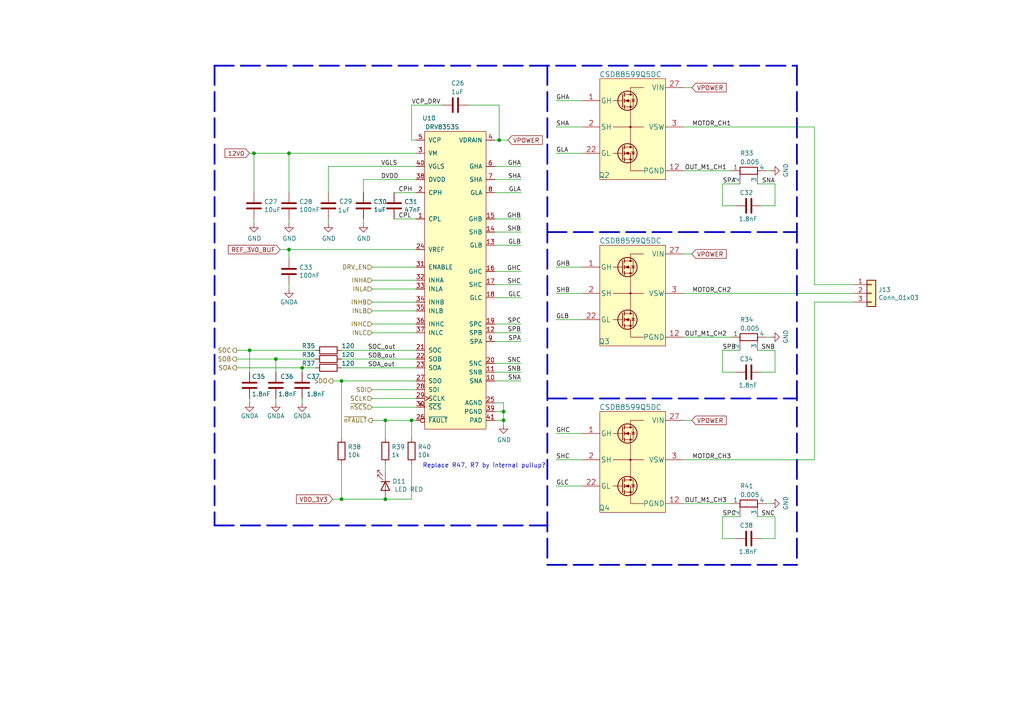
<source format=kicad_sch>
(kicad_sch (version 20211123) (generator eeschema)
  (paper "A4")
  (title_block (title "Open MOtor DRiver Initiative (OMODRI)") (date "2022-11-24") (rev "2.0") (company "LAAS/CNRS"))
  (lib_symbols
    (symbol "Connector_Generic:Conn_01x03" (pin_names (offset 1.016) hide)
      (property "Reference" "J" (at 0 5.08 0))
      (property "Value" "Conn_01x03" (at 0 -5.08 0))
      (symbol "Conn_01x03_1_1"
        (rectangle (start -1.27 -2.413) (end 0 -2.667) (stroke (width 0.1524)))
        (rectangle (start -1.27 0.127) (end 0 -0.127) (stroke (width 0.1524)))
        (rectangle (start -1.27 2.667) (end 0 2.413) (stroke (width 0.1524)))
        (rectangle (start -1.27 3.81) (end 1.27 -3.81) (stroke (width 0.254)) (fill (type background)))
        (pin passive line (at -5.08 2.54 0) (length 3.81) (name "Pin_1") (number "1"))
        (pin passive line (at -5.08 0 0) (length 3.81) (name "Pin_2") (number "2"))
        (pin passive line (at -5.08 -2.54 0) (length 3.81) (name "Pin_3") (number "3"))
      )
    )
    (symbol "Device:C" (pin_numbers hide) (pin_names (offset 0.254))
      (property "Reference" "C" (at 0.635 2.54 0))
      (property "Value" "C" (at 0.635 -2.54 0))
      (symbol "C_0_1"
        (polyline (pts (xy -2.032 -0.762) (xy 2.032 -0.762)) (stroke (width 0.508)))
        (polyline (pts (xy -2.032 0.762) (xy 2.032 0.762)) (stroke (width 0.508)))
      )
      (symbol "C_1_1"
        (pin passive line (at 0 3.81 270) (length 2.794) (name "~") (number "1"))
        (pin passive line (at 0 -3.81 90) (length 2.794) (name "~") (number "2"))
      )
    )
    (symbol "Device:LED" (pin_numbers hide) (pin_names (offset 1.016) hide)
      (property "Reference" "D" (at 0 2.54 0))
      (property "Value" "LED" (at 0 -2.54 0))
      (symbol "LED_0_1"
        (polyline (pts (xy -1.27 -1.27) (xy -1.27 1.27)) (stroke (width 0.254)))
        (polyline (pts (xy -1.27 0) (xy 1.27 0)))
        (polyline (pts (xy 1.27 -1.27) (xy 1.27 1.27) (xy -1.27 0) (xy 1.27 -1.27)) (stroke (width 0.254)))
        (polyline (pts (xy -3.048 -0.762) (xy -4.572 -2.286) (xy -3.81 -2.286) (xy -4.572 -2.286) (xy -4.572 -1.524)))
        (polyline (pts (xy -1.778 -0.762) (xy -3.302 -2.286) (xy -2.54 -2.286) (xy -3.302 -2.286) (xy -3.302 -1.524)))
      )
      (symbol "LED_1_1"
        (pin passive line (at -3.81 0 0) (length 2.54) (name "K") (number "1"))
        (pin passive line (at 3.81 0 180) (length 2.54) (name "A") (number "2"))
      )
    )
    (symbol "Device:R" (pin_numbers hide) (pin_names (offset 0))
      (property "Reference" "R" (at 2.032 0 90))
      (property "Value" "R" (at 0 0 90))
      (symbol "R_0_1"
        (rectangle (start -1.016 -2.54) (end 1.016 2.54) (stroke (width 0.254)))
      )
      (symbol "R_1_1"
        (pin passive line (at 0 3.81 270) (length 1.27) (name "~") (number "1"))
        (pin passive line (at 0 -3.81 90) (length 1.27) (name "~") (number "2"))
      )
    )
    (symbol "Device:R_Shunt" (pin_numbers hide) (pin_names (offset 0))
      (property "Reference" "R" (at -4.445 0 90))
      (property "Value" "R_Shunt" (at -2.54 0 90))
      (symbol "R_Shunt_0_1"
        (rectangle (start -1.016 -2.54) (end 1.016 2.54) (stroke (width 0.254)))
        (polyline (pts (xy 0 -2.54) (xy 1.27 -2.54)))
        (polyline (pts (xy 1.27 2.54) (xy 0 2.54)))
      )
      (symbol "R_Shunt_1_1"
        (pin passive line (at 0 5.08 270) (length 2.54) (name "1") (number "1"))
        (pin passive line (at 3.81 2.54 180) (length 2.54) (name "2") (number "2"))
        (pin passive line (at 3.81 -2.54 180) (length 2.54) (name "3") (number "3"))
        (pin passive line (at 0 -5.08 90) (length 2.54) (name "4") (number "4"))
      )
    )
    (symbol "omodri_lib:CSD88599Q5DC" (pin_names (offset 0.254))
      (property "Reference" "Q" (at -11.43 29.21 0))
      (property "Value" "CSD88599Q5DC" (at -3.81 26.67 0))
      (symbol "CSD88599Q5DC_0_1"
        (polyline (pts (xy -1.27 11.43) (xy -6.35 11.43)))
        (polyline (pts (xy -1.27 11.43) (xy 2.54 11.43)))
        (polyline (pts (xy -1.27 16.51) (xy -1.27 6.35)))
        (polyline (pts (xy -1.27 3.81) (xy -1.27 -1.27) (xy 2.54 -1.27)))
        (polyline (pts (xy -1.27 21.59) (xy -1.27 22.86) (xy 2.54 22.86)))
      )
      (symbol "CSD88599Q5DC_1_1"
        (rectangle (start -10.16 25.4) (end 8.89 -3.81) (fill (type background)))
        (circle (center -2.159 3.81) (radius 2.794) (stroke (width 0.254)))
        (circle (center -2.159 19.05) (radius 2.794) (stroke (width 0.254)))
        (circle (center -1.2954 11.43) (radius 0.254) (fill (type outline)))
        (circle (center -1.27 2.032) (radius 0.254) (fill (type outline)))
        (circle (center -1.27 5.588) (radius 0.254) (fill (type outline)))
        (circle (center -1.27 17.272) (radius 0.254) (fill (type outline)))
        (circle (center -1.27 20.828) (radius 0.254) (fill (type outline)))
        (polyline (pts (xy -3.556 3.81) (xy -6.35 3.81)))
        (polyline (pts (xy -3.556 5.715) (xy -3.556 1.905)) (stroke (width 0.254)))
        (polyline (pts (xy -3.556 19.05) (xy -6.35 19.05)))
        (polyline (pts (xy -3.556 20.955) (xy -3.556 17.145)) (stroke (width 0.254)))
        (polyline (pts (xy -3.048 2.54) (xy -3.048 1.524)) (stroke (width 0.254)))
        (polyline (pts (xy -3.048 4.318) (xy -3.048 3.302)) (stroke (width 0.254)))
        (polyline (pts (xy -3.048 6.096) (xy -3.048 5.08)) (stroke (width 0.254)))
        (polyline (pts (xy -3.048 17.78) (xy -3.048 16.764)) (stroke (width 0.254)))
        (polyline (pts (xy -3.048 19.558) (xy -3.048 18.542)) (stroke (width 0.254)))
        (polyline (pts (xy -3.048 21.336) (xy -3.048 20.32)) (stroke (width 0.254)))
        (polyline (pts (xy -1.27 6.35) (xy -1.27 5.588)))
        (polyline (pts (xy -1.27 21.59) (xy -1.27 20.828)))
        (polyline (pts (xy -1.27 1.27) (xy -1.27 3.81) (xy -3.048 3.81)))
        (polyline (pts (xy -1.27 16.51) (xy -1.27 19.05) (xy -3.048 19.05)))
        (polyline (pts (xy -3.048 2.032) (xy -0.508 2.032) (xy -0.508 5.588) (xy -3.048 5.588)))
        (polyline (pts (xy -3.048 17.272) (xy -0.508 17.272) (xy -0.508 20.828) (xy -3.048 20.828)))
        (polyline (pts (xy -2.794 3.81) (xy -1.778 4.191) (xy -1.778 3.429) (xy -2.794 3.81)) (fill (type outline)))
        (polyline (pts (xy -2.794 19.05) (xy -1.778 19.431) (xy -1.778 18.669) (xy -2.794 19.05)) (fill (type outline)))
        (polyline (pts (xy -1.016 4.318) (xy -0.889 4.191) (xy -0.127 4.191) (xy 0 4.064)))
        (polyline (pts (xy -1.016 19.558) (xy -0.889 19.431) (xy -0.127 19.431) (xy 0 19.304)))
        (polyline (pts (xy -0.508 4.191) (xy -0.889 3.556) (xy -0.127 3.556) (xy -0.508 4.191)))
        (polyline (pts (xy -0.508 19.431) (xy -0.889 18.796) (xy -0.127 18.796) (xy -0.508 19.431)))
        (pin input line (at -15.24 19.05 0) (length 5.08) (name "GH") (number "1"))
        (pin passive line (at 13.97 11.43 180) (length 5.08) hide (name "VSW") (number "10"))
        (pin passive line (at 13.97 11.43 180) (length 5.08) hide (name "VSW") (number "11"))
        (pin power_out line (at 13.97 -1.27 180) (length 5.08) (name "PGND") (number "12"))
        (pin passive line (at 13.97 -1.27 180) (length 5.08) hide (name "PGND") (number "13"))
        (pin passive line (at 13.97 -1.27 180) (length 5.08) hide (name "PGND") (number "14"))
        (pin passive line (at 13.97 -1.27 180) (length 5.08) hide (name "PGND") (number "15"))
        (pin passive line (at 13.97 -1.27 180) (length 5.08) hide (name "PGND") (number "16"))
        (pin passive line (at 13.97 -1.27 180) (length 5.08) hide (name "PGND") (number "17"))
        (pin passive line (at 13.97 -1.27 180) (length 5.08) hide (name "PGND") (number "18"))
        (pin passive line (at 13.97 -1.27 180) (length 5.08) hide (name "PGND") (number "19"))
        (pin output line (at -15.24 11.43 0) (length 5.08) (name "SH") (number "2"))
        (pin passive line (at 13.97 -1.27 180) (length 5.08) hide (name "PGND") (number "20"))
        (pin no_connect line (at -8.89 -6.35 90) (length 2.54) hide (name "NC") (number "21"))
        (pin input line (at -15.24 3.81 0) (length 5.08) (name "GL") (number "22"))
        (pin no_connect line (at -6.35 -6.35 90) (length 2.54) hide (name "NC") (number "23"))
        (pin no_connect line (at -3.81 -6.35 90) (length 2.54) hide (name "NC") (number "24"))
        (pin no_connect line (at -1.27 -6.35 90) (length 2.54) hide (name "NC") (number "25"))
        (pin no_connect line (at 1.27 -6.35 90) (length 2.54) hide (name "NC") (number "26"))
        (pin input line (at 13.97 22.86 180) (length 5.08) (name "VIN") (number "27"))
        (pin power_out line (at 13.97 11.43 180) (length 5.08) (name "VSW") (number "3"))
        (pin passive line (at 13.97 11.43 180) (length 5.08) hide (name "VSW") (number "4"))
        (pin passive line (at 13.97 11.43 180) (length 5.08) hide (name "VSW") (number "5"))
        (pin passive line (at 13.97 11.43 180) (length 5.08) hide (name "VSW") (number "6"))
        (pin passive line (at 13.97 11.43 180) (length 5.08) hide (name "VSW") (number "7"))
        (pin passive line (at 13.97 11.43 180) (length 5.08) hide (name "VSW") (number "8"))
        (pin passive line (at 13.97 11.43 180) (length 5.08) hide (name "VSW") (number "9"))
      )
    )
    (symbol "omodri_lib:DRV8353S" (pin_names (offset 1.016))
      (property "Reference" "U" (at -7.62 46.99 0))
      (property "Value" "DRV8353S" (at -3.81 44.45 0))
      (symbol "DRV8353S_0_1"
        (rectangle (start -8.89 43.18) (end 8.89 -43.18) (fill (type background)))
      )
      (symbol "DRV8353S_1_1"
        (pin power_out line (at -11.43 17.78 0) (length 2.54) (name "CPL") (number "1"))
        (pin input line (at 11.43 -29.21 180) (length 2.54) (name "SNA") (number "10"))
        (pin input line (at 11.43 -26.67 180) (length 2.54) (name "SNB") (number "11"))
        (pin input line (at 11.43 -15.24 180) (length 2.54) (name "SPB") (number "12"))
        (pin output line (at 11.43 10.16 180) (length 2.54) (name "GLB") (number "13"))
        (pin input line (at 11.43 13.97 180) (length 2.54) (name "SHB") (number "14"))
        (pin output line (at 11.43 17.78 180) (length 2.54) (name "GHB") (number "15"))
        (pin output line (at 11.43 2.54 180) (length 2.54) (name "GHC") (number "16"))
        (pin input line (at 11.43 -1.27 180) (length 2.54) (name "SHC") (number "17"))
        (pin output line (at 11.43 -5.08 180) (length 2.54) (name "GLC") (number "18"))
        (pin input line (at 11.43 -12.7 180) (length 2.54) (name "SPC") (number "19"))
        (pin power_out line (at -11.43 25.4 0) (length 2.54) (name "CPH") (number "2"))
        (pin input line (at 11.43 -24.13 180) (length 2.54) (name "SNC") (number "20"))
        (pin output line (at -11.43 -20.32 0) (length 2.54) (name "SOC") (number "21"))
        (pin output line (at -11.43 -22.86 0) (length 2.54) (name "SOB") (number "22"))
        (pin output line (at -11.43 -25.4 0) (length 2.54) (name "SOA") (number "23"))
        (pin power_in line (at -11.43 8.89 0) (length 2.54) (name "VREF") (number "24"))
        (pin passive line (at 11.43 -35.56 180) (length 2.54) (name "AGND") (number "25"))
        (pin open_collector inverted (at -11.43 -40.64 0) (length 2.54) (name "~{FAULT}") (number "26"))
        (pin open_collector line (at -11.43 -29.21 0) (length 2.54) (name "SDO") (number "27"))
        (pin input line (at -11.43 -31.75 0) (length 2.54) (name "SDI") (number "28"))
        (pin input clock (at -11.43 -34.29 0) (length 2.54) (name "SCLK") (number "29"))
        (pin power_in line (at -11.43 36.83 0) (length 2.54) (name "VM") (number "3"))
        (pin input input_low (at -11.43 -36.83 0) (length 2.54) (name "~{SCS}") (number "30"))
        (pin input line (at -11.43 3.81 0) (length 2.54) (name "ENABLE") (number "31"))
        (pin input line (at -11.43 0 0) (length 2.54) (name "INHA") (number "32"))
        (pin input line (at -11.43 -2.54 0) (length 2.54) (name "INLA") (number "33"))
        (pin input line (at -11.43 -6.35 0) (length 2.54) (name "INHB") (number "34"))
        (pin input line (at -11.43 -8.89 0) (length 2.54) (name "INLB") (number "35"))
        (pin input line (at -11.43 -12.7 0) (length 2.54) (name "INHC") (number "36"))
        (pin input line (at -11.43 -15.24 0) (length 2.54) (name "INLC") (number "37"))
        (pin power_out line (at -11.43 29.21 0) (length 2.54) (name "DVDD") (number "38"))
        (pin passive line (at 11.43 -38.1 180) (length 2.54) (name "PGND") (number "39"))
        (pin input line (at 11.43 40.64 180) (length 2.54) (name "VDRAIN") (number "4"))
        (pin power_out line (at -11.43 33.02 0) (length 2.54) (name "VGLS") (number "40"))
        (pin passive line (at 11.43 -40.64 180) (length 2.54) (name "PAD") (number "41"))
        (pin power_out line (at -11.43 40.64 0) (length 2.54) (name "VCP") (number "5"))
        (pin output line (at 11.43 33.02 180) (length 2.54) (name "GHA") (number "6"))
        (pin input line (at 11.43 29.21 180) (length 2.54) (name "SHA") (number "7"))
        (pin output line (at 11.43 25.4 180) (length 2.54) (name "GLA") (number "8"))
        (pin input line (at 11.43 -17.78 180) (length 2.54) (name "SPA") (number "9"))
      )
    )
    (symbol "power:GND" (power) (pin_names (offset 0))
      (property "Value" "GND" (at 0 -3.81 0))
      (symbol "GND_0_1"
        (polyline (pts (xy 0 0) (xy 0 -1.27) (xy 1.27 -1.27) (xy 0 -2.54) (xy -1.27 -1.27) (xy 0 -1.27)))
      )
      (symbol "GND_1_1"
        (pin power_in line (at 0 0 270) (length 0) hide (name "GND") (number "1"))
      )
    )
    (symbol "power:GNDA" (power) (pin_names (offset 0))
      (property "Value" "GNDA" (at 0 -3.81 0))
      (symbol "GNDA_0_1"
        (polyline (pts (xy 0 0) (xy 0 -1.27) (xy 1.27 -1.27) (xy 0 -2.54) (xy -1.27 -1.27) (xy 0 -1.27)))
      )
      (symbol "GNDA_1_1"
        (pin power_in line (at 0 0 270) (length 0) hide (name "GNDA") (number "1"))
      )
    )
  )
  (junction (at 111.76 121.92))
  (junction (at 87.63 106.68))
  (junction (at 111.76 144.78))
  (junction (at 99.06 144.78))
  (junction (at 99.06 110.49))
  (junction (at 146.05 119.38))
  (junction (at 83.82 44.45))
  (junction (at 144.78 40.64))
  (junction (at 146.05 121.92))
  (junction (at 83.82 72.39))
  (junction (at 73.66 44.45))
  (junction (at 72.39 101.6))
  (junction (at 80.01 104.14))
  (junction (at 119.38 121.92))
  (wire (pts (xy 198.12 146.05) (xy 212.09 146.05)))
  (wire (pts (xy 83.82 72.39) (xy 120.65 72.39)))
  (wire (pts (xy 80.01 104.14) (xy 91.44 104.14)))
  (wire (pts (xy 213.36 59.69) (xy 209.55 59.69)))
  (wire (pts (xy 236.22 82.55) (xy 236.22 36.83)))
  (wire (pts (xy 143.51 86.36) (xy 151.13 86.36)))
  (wire (pts (xy 68.58 101.6) (xy 72.39 101.6)))
  (wire (pts (xy 72.39 44.45) (xy 73.66 44.45)))
  (polyline (pts (xy 231.14 19.05) (xy 231.14 163.83)) (stroke (width 0.508)))
  (wire (pts (xy 198.12 36.83) (xy 236.22 36.83)))
  (wire (pts (xy 99.06 101.6) (xy 120.65 101.6)))
  (wire (pts (xy 111.76 144.78) (xy 119.38 144.78)))
  (wire (pts (xy 99.06 110.49) (xy 120.65 110.49)))
  (wire (pts (xy 143.51 93.98) (xy 151.13 93.98)))
  (wire (pts (xy 198.12 133.35) (xy 236.22 133.35)))
  (wire (pts (xy 209.55 53.34) (xy 214.63 53.34)))
  (wire (pts (xy 143.51 48.26) (xy 151.13 48.26)))
  (wire (pts (xy 198.12 121.92) (xy 200.66 121.92)))
  (wire (pts (xy 224.79 53.34) (xy 224.79 59.69)))
  (wire (pts (xy 161.29 44.45) (xy 168.91 44.45)))
  (wire (pts (xy 105.41 52.07) (xy 105.41 55.88)))
  (wire (pts (xy 114.3 63.5) (xy 120.65 63.5)))
  (wire (pts (xy 220.98 156.21) (xy 224.79 156.21)))
  (wire (pts (xy 236.22 82.55) (xy 247.65 82.55)))
  (wire (pts (xy 236.22 133.35) (xy 236.22 87.63)))
  (wire (pts (xy 107.95 113.03) (xy 120.65 113.03)))
  (wire (pts (xy 114.3 55.88) (xy 120.65 55.88)))
  (wire (pts (xy 143.51 71.12) (xy 151.13 71.12)))
  (wire (pts (xy 80.01 116.84) (xy 80.01 115.57)))
  (wire (pts (xy 107.95 77.47) (xy 120.65 77.47)))
  (wire (pts (xy 105.41 52.07) (xy 120.65 52.07)))
  (wire (pts (xy 73.66 44.45) (xy 83.82 44.45)))
  (wire (pts (xy 143.51 99.06) (xy 151.13 99.06)))
  (wire (pts (xy 146.05 121.92) (xy 146.05 123.19)))
  (wire (pts (xy 219.71 149.86) (xy 224.79 149.86)))
  (wire (pts (xy 222.25 97.79) (xy 223.52 97.79)))
  (wire (pts (xy 209.55 53.34) (xy 209.55 59.69)))
  (wire (pts (xy 81.28 72.39) (xy 83.82 72.39)))
  (wire (pts (xy 72.39 107.95) (xy 72.39 101.6)))
  (wire (pts (xy 198.12 73.66) (xy 200.66 73.66)))
  (wire (pts (xy 161.29 77.47) (xy 168.91 77.47)))
  (wire (pts (xy 111.76 121.92) (xy 119.38 121.92)))
  (wire (pts (xy 222.25 49.53) (xy 223.52 49.53)))
  (wire (pts (xy 105.41 64.77) (xy 105.41 63.5)))
  (wire (pts (xy 161.29 29.21) (xy 168.91 29.21)))
  (wire (pts (xy 224.79 149.86) (xy 224.79 156.21)))
  (wire (pts (xy 95.25 48.26) (xy 120.65 48.26)))
  (wire (pts (xy 198.12 97.79) (xy 212.09 97.79)))
  (wire (pts (xy 99.06 106.68) (xy 120.65 106.68)))
  (wire (pts (xy 83.82 74.93) (xy 83.82 72.39)))
  (wire (pts (xy 143.51 96.52) (xy 151.13 96.52)))
  (wire (pts (xy 99.06 144.78) (xy 99.06 134.62)))
  (wire (pts (xy 87.63 106.68) (xy 87.63 107.95)))
  (wire (pts (xy 143.51 107.95) (xy 151.13 107.95)))
  (wire (pts (xy 83.82 44.45) (xy 83.82 55.88)))
  (polyline (pts (xy 62.23 152.4) (xy 158.75 152.4)) (stroke (width 0.508)))
  (wire (pts (xy 198.12 25.4) (xy 200.66 25.4)))
  (wire (pts (xy 80.01 104.14) (xy 80.01 107.95)))
  (wire (pts (xy 143.51 52.07) (xy 151.13 52.07)))
  (wire (pts (xy 143.51 82.55) (xy 151.13 82.55)))
  (wire (pts (xy 111.76 137.16) (xy 111.76 134.62)))
  (wire (pts (xy 107.95 81.28) (xy 120.65 81.28)))
  (wire (pts (xy 83.82 82.55) (xy 83.82 83.82)))
  (wire (pts (xy 96.52 110.49) (xy 99.06 110.49)))
  (wire (pts (xy 146.05 116.84) (xy 146.05 119.38)))
  (wire (pts (xy 144.78 30.48) (xy 144.78 40.64)))
  (wire (pts (xy 168.91 85.09) (xy 161.29 85.09)))
  (wire (pts (xy 143.51 110.49) (xy 151.13 110.49)))
  (wire (pts (xy 135.89 30.48) (xy 144.78 30.48)))
  (wire (pts (xy 213.36 156.21) (xy 209.55 156.21)))
  (wire (pts (xy 119.38 30.48) (xy 119.38 40.64)))
  (wire (pts (xy 209.55 101.6) (xy 214.63 101.6)))
  (wire (pts (xy 147.32 40.64) (xy 144.78 40.64)))
  (wire (pts (xy 83.82 64.77) (xy 83.82 63.5)))
  (wire (pts (xy 99.06 104.14) (xy 120.65 104.14)))
  (polyline (pts (xy 158.75 67.31) (xy 231.14 67.31)) (stroke (width 0.508)))
  (polyline (pts (xy 62.23 19.05) (xy 231.14 19.05)) (stroke (width 0.508)))
  (wire (pts (xy 107.95 87.63) (xy 120.65 87.63)))
  (wire (pts (xy 107.95 118.11) (xy 120.65 118.11)))
  (wire (pts (xy 107.95 121.92) (xy 111.76 121.92)))
  (wire (pts (xy 209.55 101.6) (xy 209.55 107.95)))
  (wire (pts (xy 99.06 144.78) (xy 111.76 144.78)))
  (wire (pts (xy 119.38 127) (xy 119.38 121.92)))
  (polyline (pts (xy 158.75 19.05) (xy 158.75 163.83)) (stroke (width 0.508)))
  (wire (pts (xy 87.63 116.84) (xy 87.63 115.57)))
  (wire (pts (xy 99.06 127) (xy 99.06 110.49)))
  (wire (pts (xy 209.55 149.86) (xy 209.55 156.21)))
  (wire (pts (xy 143.51 40.64) (xy 144.78 40.64)))
  (wire (pts (xy 143.51 121.92) (xy 146.05 121.92)))
  (polyline (pts (xy 62.23 19.05) (xy 62.23 152.4)) (stroke (width 0.508)))
  (wire (pts (xy 143.51 67.31) (xy 151.13 67.31)))
  (wire (pts (xy 111.76 121.92) (xy 111.76 127)))
  (wire (pts (xy 198.12 49.53) (xy 212.09 49.53)))
  (wire (pts (xy 68.58 106.68) (xy 87.63 106.68)))
  (wire (pts (xy 119.38 40.64) (xy 120.65 40.64)))
  (wire (pts (xy 209.55 149.86) (xy 214.63 149.86)))
  (wire (pts (xy 87.63 106.68) (xy 91.44 106.68)))
  (wire (pts (xy 143.51 119.38) (xy 146.05 119.38)))
  (polyline (pts (xy 158.75 115.57) (xy 231.14 115.57)) (stroke (width 0.508)))
  (wire (pts (xy 96.52 144.78) (xy 99.06 144.78)))
  (wire (pts (xy 107.95 96.52) (xy 120.65 96.52)))
  (wire (pts (xy 161.29 92.71) (xy 168.91 92.71)))
  (wire (pts (xy 222.25 146.05) (xy 223.52 146.05)))
  (wire (pts (xy 72.39 101.6) (xy 91.44 101.6)))
  (wire (pts (xy 95.25 64.77) (xy 95.25 63.5)))
  (wire (pts (xy 143.51 63.5) (xy 151.13 63.5)))
  (wire (pts (xy 224.79 101.6) (xy 224.79 107.95)))
  (wire (pts (xy 95.25 48.26) (xy 95.25 55.88)))
  (wire (pts (xy 107.95 93.98) (xy 120.65 93.98)))
  (wire (pts (xy 83.82 44.45) (xy 120.65 44.45)))
  (wire (pts (xy 219.71 53.34) (xy 224.79 53.34)))
  (wire (pts (xy 119.38 134.62) (xy 119.38 144.78)))
  (wire (pts (xy 143.51 55.88) (xy 151.13 55.88)))
  (wire (pts (xy 198.12 85.09) (xy 247.65 85.09)))
  (wire (pts (xy 161.29 140.97) (xy 168.91 140.97)))
  (wire (pts (xy 143.51 116.84) (xy 146.05 116.84)))
  (wire (pts (xy 220.98 59.69) (xy 224.79 59.69)))
  (wire (pts (xy 161.29 133.35) (xy 168.91 133.35)))
  (wire (pts (xy 119.38 30.48) (xy 128.27 30.48)))
  (wire (pts (xy 143.51 78.74) (xy 151.13 78.74)))
  (wire (pts (xy 107.95 90.17) (xy 120.65 90.17)))
  (wire (pts (xy 73.66 55.88) (xy 73.66 44.45)))
  (wire (pts (xy 73.66 64.77) (xy 73.66 63.5)))
  (wire (pts (xy 220.98 107.95) (xy 224.79 107.95)))
  (polyline (pts (xy 158.75 163.83) (xy 231.14 163.83)) (stroke (width 0.508)))
  (wire (pts (xy 146.05 119.38) (xy 146.05 121.92)))
  (wire (pts (xy 143.51 105.41) (xy 151.13 105.41)))
  (wire (pts (xy 168.91 36.83) (xy 161.29 36.83)))
  (wire (pts (xy 107.95 83.82) (xy 120.65 83.82)))
  (wire (pts (xy 161.29 125.73) (xy 168.91 125.73)))
  (wire (pts (xy 119.38 121.92) (xy 120.65 121.92)))
  (wire (pts (xy 72.39 116.84) (xy 72.39 115.57)))
  (wire (pts (xy 107.95 115.57) (xy 120.65 115.57)))
  (wire (pts (xy 213.36 107.95) (xy 209.55 107.95)))
  (wire (pts (xy 68.58 104.14) (xy 80.01 104.14)))
  (wire (pts (xy 219.71 101.6) (xy 224.79 101.6)))
  (wire (pts (xy 236.22 87.63) (xy 247.65 87.63)))
  (text "Replace R47, R7 by internal pullup?" (at 122.555 135.89 0) (effects (font (size 1.27 1.27)) (justify left bottom)))
  (label "SPA" (at 213.36 53.34 180))
  (label "SNB" (at 224.79 101.6 180))
  (label "GHA" (at 151.13 48.26 180))
  (label "SHA" (at 151.13 52.07 180))
  (label "SPA" (at 151.13 99.06 180))
  (label "SPC" (at 209.55 149.86 0))
  (label "SPB" (at 209.55 101.6 0))
  (label "GHC" (at 151.13 78.74 180))
  (label "OUT_M1_CH1" (at 210.82 49.53 180))
  (label "GHC" (at 161.29 125.73 0))
  (label "GLA" (at 151.13 55.88 180))
  (label "SHB" (at 151.13 67.31 180))
  (label "SNA" (at 151.13 110.49 180))
  (label "MOTOR_CH1" (at 212.09 36.83 180))
  (label "CPH" (at 115.57 55.88 0))
  (label "MOTOR_CH2" (at 212.09 85.09 180))
  (label "SOB_out" (at 106.68 104.14 0))
  (label "SHB" (at 161.29 85.09 0))
  (label "GLC" (at 161.29 140.97 0))
  (label "SPC" (at 151.13 93.98 180))
  (label "SHA" (at 161.29 36.83 0))
  (label "SNC" (at 224.79 149.86 180))
  (label "GLB" (at 161.29 92.71 0))
  (label "VGLS" (at 110.49 48.26 0))
  (label "GHB" (at 161.29 77.47 0))
  (label "SNA" (at 224.79 53.34 180))
  (label "SNB" (at 151.13 107.95 180))
  (label "GLA" (at 161.29 44.45 0))
  (label "GLB" (at 151.13 71.12 180))
  (label "SHC" (at 161.29 133.35 0))
  (label "VCP_DRV" (at 119.38 30.48 0))
  (label "GLC" (at 151.13 86.36 180))
  (label "MOTOR_CH3" (at 212.09 133.35 180))
  (label "GHA" (at 161.29 29.21 0))
  (label "OUT_M1_CH3" (at 210.82 146.05 180))
  (label "OUT_M1_CH2" (at 210.82 97.79 180))
  (label "SHC" (at 151.13 82.55 180))
  (label "SOC_out" (at 106.68 101.6 0))
  (label "DVDD" (at 110.49 52.07 0))
  (label "SNC" (at 151.13 105.41 180))
  (label "SOA_out" (at 106.68 106.68 0))
  (label "GHB" (at 151.13 63.5 180))
  (label "SPB" (at 151.13 96.52 180))
  (label "CPL" (at 115.57 63.5 0))
  (global_label "REF_3V0_BUF" (shape input) (at 81.28 72.39 180) (property "Références Inter-Feuilles" "${INTERSHEET_REFS}" (effects hide)))
  (global_label "VDD_3V3" (shape input) (at 96.52 144.78 180) (property "Références Inter-Feuilles" "${INTERSHEET_REFS}" (effects hide)))
  (global_label "VPOWER" (shape input) (at 200.66 73.66 0) (property "Références Inter-Feuilles" "${INTERSHEET_REFS}" (effects hide)))
  (global_label "VPOWER" (shape input) (at 200.66 121.92 0) (property "Références Inter-Feuilles" "${INTERSHEET_REFS}" (effects hide)))
  (global_label "VPOWER" (shape input) (at 147.32 40.64 0) (property "Références Inter-Feuilles" "${INTERSHEET_REFS}" (effects hide)))
  (global_label "VPOWER" (shape input) (at 200.66 25.4 0) (property "Références Inter-Feuilles" "${INTERSHEET_REFS}" (effects hide)))
  (global_label "12V0" (shape input) (at 72.39 44.45 180) (property "Références Inter-Feuilles" "${INTERSHEET_REFS}" (effects hide)))
  (hierarchical_label "SOC" (shape output) (at 68.58 101.6 180))
  (hierarchical_label "INLC" (shape input) (at 107.95 96.52 180))
  (hierarchical_label "INLA" (shape input) (at 107.95 83.82 180))
  (hierarchical_label "~{nFAULT}" (shape output) (at 107.95 121.92 180))
  (hierarchical_label "SDI" (shape input) (at 107.95 113.03 180))
  (hierarchical_label "SDO" (shape output) (at 96.52 110.49 180))
  (hierarchical_label "DRV_EN" (shape input) (at 107.95 77.47 180))
  (hierarchical_label "INLB" (shape input) (at 107.95 90.17 180))
  (hierarchical_label "INHB" (shape input) (at 107.95 87.63 180))
  (hierarchical_label "~{nSCS}" (shape input) (at 107.95 118.11 180))
  (hierarchical_label "SOB" (shape output) (at 68.58 104.14 180))
  (hierarchical_label "INHA" (shape input) (at 107.95 81.28 180))
  (hierarchical_label "INHC" (shape input) (at 107.95 93.98 180))
  (hierarchical_label "SOA" (shape output) (at 68.58 106.68 180))
  (hierarchical_label "SCLK" (shape input) (at 107.95 115.57 180))
  (symbol (lib_id "power:GND") (at 146.05 123.19 0) (unit 1)
    (property "Reference" "#PWR0106" (effects hide))
    (property "Value" "GND" (at 146.177 127.5842 0))
  )
  (symbol (lib_id "power:GND") (at 73.66 64.77 0) (unit 1)
    (property "Reference" "#PWR097" (effects hide))
    (property "Value" "GND" (at 73.787 69.1642 0))
  )
  (symbol (lib_id "power:GND") (at 83.82 64.77 0) (unit 1)
    (property "Reference" "#PWR098" (effects hide))
    (property "Value" "GND" (at 83.947 69.1642 0))
  )
  (symbol (lib_id "power:GND") (at 95.25 64.77 0) (unit 1)
    (property "Reference" "#PWR099" (effects hide))
    (property "Value" "GND" (at 95.377 69.1642 0))
  )
  (symbol (lib_id "power:GND") (at 105.41 64.77 0) (unit 1)
    (property "Reference" "#PWR0100" (effects hide))
    (property "Value" "GND" (at 105.537 69.1642 0))
  )
  (symbol (lib_id "Device:C") (at 83.82 78.74 0) (unit 1)
    (property "Reference" "C33" (at 86.741 77.5716 0) (effects (justify left)))
    (property "Value" "100nF" (at 86.741 79.883 0) (effects (justify left)))
    (property "Footprint" "Capacitor_SMD:C_0201_0603Metric" (effects hide))
    (property "Part No" "GRM033R61E104KE14J" (effects hide))
    (property "Rated Voltage" "25V" (effects hide))
    (property "Farnell" "3790414" (effects hide))
    (property "RS" "185-2066" (effects hide))
    (property "Mouser" "81-GRM033R61E104KE4J" (effects hide))
    (property "DigiKey" "490-14571-1-ND" (effects hide))
  )
  (symbol (lib_id "Device:C") (at 73.66 59.69 0) (unit 1)
    (property "Reference" "C27" (at 76.581 58.5216 0) (effects (justify left)))
    (property "Value" "10uF" (at 76.581 60.833 0) (effects (justify left)))
    (property "Footprint" "Capacitor_SMD:C_0603_1608Metric" (effects hide))
    (property "RS" "815-1377" (effects hide))
    (property "Farnell" "2695906" (effects hide))
    (property "Mouser" "81-GRM188R61E106MA3D" (effects hide))
    (property "DigiKey" "490-7202-2-ND" (effects hide))
    (property "Rated Voltage" "25V" (effects hide))
    (property "Part No" "GRM188R61E106MA73D" (effects hide))
  )
  (symbol (lib_id "Device:C") (at 83.82 59.69 0) (unit 1)
    (property "Reference" "C28" (at 86.741 58.5216 0) (effects (justify left)))
    (property "Value" "100nF" (at 86.741 60.833 0) (effects (justify left)))
    (property "Footprint" "Capacitor_SMD:C_0201_0603Metric" (effects hide))
    (property "RS" "185-2066" (effects hide))
    (property "Farnell" "3790414" (effects hide))
    (property "Mouser" "81-GRM033R61E104KE4J" (effects hide))
    (property "DigiKey" "490-14571-1-ND" (effects hide))
    (property "Rated Voltage" "25V" (effects hide))
    (property "Part No" "GRM033R61E104KE14J" (effects hide))
  )
  (symbol (lib_id "omodri_lib:DRV8353S") (at 132.08 81.28 0) (unit 1)
    (property "Reference" "U10" (at 124.46 34.29 0))
    (property "Value" "DRV8353S" (at 128.27 36.83 0))
    (property "Footprint" "Package_DFN_QFN:QFN-40-1EP_6x6mm_P0.5mm_EP4.6x4.6mm_ThermalVias" (effects hide))
    (property "Datasheet" "https://www.ti.com/lit/ds/symlink/drv8353.pdf" (effects hide))
    (property "DigiKey" "296-DRV8353SRTATCT-ND" (effects hide))
    (property "Mouser" "595-DRV8353SRTAT" (effects hide))
    (property "Part No" "DRV8353SRTAT" (effects hide))
  )
  (symbol (lib_id "Device:C") (at 114.3 59.69 0) (unit 1)
    (property "Reference" "C31" (at 117.221 58.5216 0) (effects (justify left)))
    (property "Value" "47nF" (at 117.221 60.833 0) (effects (justify left)))
    (property "Footprint" "Capacitor_SMD:C_0603_1608Metric" (effects hide))
    (property "DigiKey" "445-6032-1-ND" (effects hide))
    (property "Farnell" "2906791" (effects hide))
    (property "Mouser" "810-C1608X7S2A473K" (effects hide))
    (property "Part No" "C1608X7S2A473K080AB" (effects hide))
    (property "Rated Voltage" "100V" (effects hide))
  )
  (symbol (lib_id "Device:LED") (at 111.76 140.97 270) (unit 1)
    (property "Reference" "D11" (at 113.792 139.6238 90) (effects (justify left)))
    (property "Value" "LED RED" (at 114.427 141.9352 90) (effects (justify left)))
    (property "Footprint" "LED_SMD:LED_0402_1005Metric" (effects hide))
    (property "DigiKey" "516-3060-1-ND" (effects hide))
    (property "Mouser" "630-HSMC-C280" (effects hide))
    (property "Farnell" "2494321" (effects hide))
    (property "Part No" "HSMC-C280" (effects hide))
  )
  (symbol (lib_id "Device:R") (at 119.38 130.81 0) (unit 1)
    (property "Reference" "R40" (at 121.158 129.6416 0) (effects (justify left)))
    (property "Value" "10k" (at 121.158 131.953 0) (effects (justify left)))
    (property "Footprint" "Resistor_SMD:R_0201_0603Metric" (effects hide))
    (property "DigiKey" "P122414CT-ND" (effects hide))
    (property "Farnell" "2302362" (effects hide))
    (property "Mouser" "667-ERJ-1GNF1002C" (effects hide))
    (property "Part No" "ERJ-1GNF1002C" (effects hide))
    (property "RS" "176-3597" (effects hide))
  )
  (symbol (lib_id "Device:C") (at 132.08 30.48 270) (unit 1)
    (property "Reference" "C26" (at 130.81 24.13 90) (effects (justify left)))
    (property "Value" "1uF" (at 130.81 26.67 90) (effects (justify left)))
    (property "Footprint" "Capacitor_SMD:C_0402_1005Metric" (effects hide))
    (property "DigiKey" "445-175218-1-ND" (effects hide))
    (property "Farnell" "3416060" (effects hide))
    (property "Mouser" "810-C1005X5R1V105KE" (effects hide))
    (property "Part No" "C1005X5R1V105K050BE" (effects hide))
    (property "Rated Voltage" "35V" (effects hide))
  )
  (symbol (lib_id "Device:C") (at 105.41 59.69 0) (unit 1)
    (property "Reference" "C30" (at 108.331 58.5216 0) (effects (justify left)))
    (property "Value" "1uF" (at 108.331 60.833 0) (effects (justify left)))
    (property "Footprint" "Capacitor_SMD:C_0201_0603Metric" (effects hide))
    (property "DigiKey" "490-13219-1-ND" (effects hide))
    (property "Farnell" "3238032" (effects hide))
    (property "Mouser" "81-GRM033C81A105ME5D" (effects hide))
    (property "Part No" "GRM033C81A105ME05D" (effects hide))
    (property "Rated Voltage" "10V" (effects hide))
  )
  (symbol (lib_id "Device:C") (at 95.25 59.69 180) (unit 1)
    (property "Reference" "C29" (at 102.235 58.42 0) (effects (justify left)))
    (property "Value" "1uF" (at 101.6 60.96 0) (effects (justify left)))
    (property "Footprint" "Capacitor_SMD:C_0402_1005Metric" (effects hide))
    (property "DigiKey" "445-175218-1-ND" (effects hide))
    (property "Farnell" "3416060" (effects hide))
    (property "Mouser" "810-C1005X5R1V105KE" (effects hide))
    (property "Part No" "C1005X5R1V105K050BE" (effects hide))
    (property "Rated Voltage" "35V" (effects hide))
  )
  (symbol (lib_id "power:GND") (at 223.52 49.53 90) (unit 1)
    (property "Reference" "#PWR096" (effects hide))
    (property "Value" "GND" (at 227.9142 49.403 0))
  )
  (symbol (lib_id "Device:R_Shunt") (at 217.17 49.53 90) (mirror x) (unit 1)
    (property "Reference" "R33" (at 214.63 44.45 90) (effects (justify right)))
    (property "Value" "0.005" (at 214.63 46.99 90) (effects (justify right)))
    (property "Footprint" "udriver3:FC4L32" (effects hide))
    (property "DigiKey" "FC4L32R005FER-ND" (effects hide))
    (property "Farnell" "2420555" (effects hide))
    (property "Mouser" "588-FC4L32R005FER" (effects hide))
    (property "Part No" "FC4L32R005FER" (effects hide))
    (property "RS" "126-0360" (effects hide))
  )
  (symbol (lib_id "Device:C") (at 217.17 59.69 90) (unit 1)
    (property "Reference" "C32" (at 218.44 55.88 90) (effects (justify left)))
    (property "Value" "1.8nF" (at 219.71 63.5 90) (effects (justify left)))
    (property "Footprint" "Capacitor_SMD:C_0201_0603Metric" (effects hide))
    (property "DigiKey" "490-GRM033R71E182KA12DTR-ND" (effects hide))
    (property "Farnell" "2999522" (effects hide))
    (property "Mouser" "81-GRM033R71E182KA2D" (effects hide))
    (property "Part No" "GRM033R71E182KA12D" (effects hide))
    (property "Rated Voltage" "25V" (effects hide))
  )
  (symbol (lib_id "Device:C") (at 217.17 107.95 90) (unit 1)
    (property "Reference" "C34" (at 218.44 104.14 90) (effects (justify left)))
    (property "Value" "1.8nF" (at 219.71 111.76 90) (effects (justify left)))
    (property "Footprint" "Capacitor_SMD:C_0201_0603Metric" (effects hide))
    (property "DigiKey" "490-GRM033R71E182KA12DTR-ND" (effects hide))
    (property "Farnell" "2999522" (effects hide))
    (property "Mouser" "81-GRM033R71E182KA2D" (effects hide))
    (property "Part No" "GRM033R71E182KA12D" (effects hide))
    (property "Rated Voltage" "25V" (effects hide))
  )
  (symbol (lib_id "omodri_lib:CSD88599Q5DC") (at 184.15 96.52 0) (unit 1)
    (property "Reference" "Q3" (at 175.26 99.06 0) (effects (font (size 1.524 1.524))))
    (property "Value" "CSD88599Q5DC" (at 182.88 69.85 0) (effects (font (size 1.524 1.524))))
    (property "Footprint" "udriver3:VSON_CLIP_22" (effects hide))
    (property "Datasheet" "https://www.ti.com/lit/ds/symlink/csd88599q5dc.pdf" (effects hide))
    (property "DigiKey" "296-48289-1-ND" (effects hide))
    (property "Farnell" "2766880" (effects hide))
    (property "Mouser" "595-CSD88599Q5DC" (effects hide))
    (property "Part No" "CSD88599Q5DC" (effects hide))
  )
  (symbol (lib_id "Device:C") (at 217.17 156.21 90) (unit 1)
    (property "Reference" "C38" (at 218.44 152.4 90) (effects (justify left)))
    (property "Value" "1.8nF" (at 219.71 160.02 90) (effects (justify left)))
    (property "Footprint" "Capacitor_SMD:C_0201_0603Metric" (effects hide))
    (property "DigiKey" "490-GRM033R71E182KA12DTR-ND" (effects hide))
    (property "Farnell" "2999522" (effects hide))
    (property "Mouser" "81-GRM033R71E182KA2D" (effects hide))
    (property "Part No" "GRM033R71E182KA12D" (effects hide))
    (property "Rated Voltage" "25V" (effects hide))
  )
  (symbol (lib_id "omodri_lib:CSD88599Q5DC") (at 184.15 144.78 0) (unit 1)
    (property "Reference" "Q4" (at 175.26 147.32 0) (effects (font (size 1.524 1.524))))
    (property "Value" "CSD88599Q5DC" (at 182.88 118.11 0) (effects (font (size 1.524 1.524))))
    (property "Footprint" "udriver3:VSON_CLIP_22" (effects hide))
    (property "Datasheet" "https://www.ti.com/lit/ds/symlink/csd88599q5dc.pdf" (effects hide))
    (property "DigiKey" "296-48289-1-ND" (effects hide))
    (property "Farnell" "2766880" (effects hide))
    (property "Mouser" "595-CSD88599Q5DC" (effects hide))
    (property "Part No" "CSD88599Q5DC" (effects hide))
  )
  (symbol (lib_id "Device:R_Shunt") (at 217.17 97.79 90) (mirror x) (unit 1)
    (property "Reference" "R34" (at 214.63 92.71 90) (effects (justify right)))
    (property "Value" "0.005" (at 214.63 95.25 90) (effects (justify right)))
    (property "Footprint" "udriver3:FC4L32" (effects hide))
    (property "DigiKey" "FC4L32R005FER-ND" (effects hide))
    (property "Farnell" "2420555" (effects hide))
    (property "Mouser" "588-FC4L32R005FER" (effects hide))
    (property "Part No" "FC4L32R005FER" (effects hide))
    (property "RS" "126-0360" (effects hide))
  )
  (symbol (lib_id "Device:R_Shunt") (at 217.17 146.05 90) (mirror x) (unit 1)
    (property "Reference" "R41" (at 214.63 140.97 90) (effects (justify right)))
    (property "Value" "0.005" (at 214.63 143.51 90) (effects (justify right)))
    (property "Footprint" "udriver3:FC4L32" (effects hide))
    (property "DigiKey" "FC4L32R005FER-ND" (effects hide))
    (property "Farnell" "2420555" (effects hide))
    (property "Mouser" "588-FC4L32R005FER" (effects hide))
    (property "Part No" "FC4L32R005FER" (effects hide))
    (property "RS" "126-0360" (effects hide))
  )
  (symbol (lib_id "Device:R") (at 95.25 101.6 90) (unit 1)
    (property "Reference" "R35" (at 91.44 100.33 90) (effects (justify left)))
    (property "Value" "120" (at 102.87 100.33 90) (effects (justify left)))
    (property "Footprint" "Resistor_SMD:R_0201_0603Metric" (effects hide))
    (property "DigiKey" "P122692CT-ND" (effects hide))
    (property "Farnell" "2396857" (effects hide))
    (property "Mouser" "667-ERJ-1GNF1200C" (effects hide))
    (property "Part No" "ERJ-1GNF1200C" (effects hide))
  )
  (symbol (lib_id "Device:R") (at 95.25 104.14 90) (unit 1)
    (property "Reference" "R36" (at 91.44 102.87 90) (effects (justify left)))
    (property "Value" "120" (at 102.87 102.87 90) (effects (justify left)))
    (property "Footprint" "Resistor_SMD:R_0201_0603Metric" (effects hide))
    (property "DigiKey" "P122692CT-ND" (effects hide))
    (property "Farnell" "2396857" (effects hide))
    (property "Mouser" "667-ERJ-1GNF1200C" (effects hide))
    (property "Part No" "ERJ-1GNF1200C" (effects hide))
  )
  (symbol (lib_id "Device:R") (at 95.25 106.68 90) (unit 1)
    (property "Reference" "R37" (at 91.44 105.41 90) (effects (justify left)))
    (property "Value" "120" (at 102.87 105.41 90) (effects (justify left)))
    (property "Footprint" "Resistor_SMD:R_0201_0603Metric" (effects hide))
    (property "DigiKey" "P122692CT-ND" (effects hide))
    (property "Farnell" "2396857" (effects hide))
    (property "Mouser" "667-ERJ-1GNF1200C" (effects hide))
    (property "Part No" "ERJ-1GNF1200C" (effects hide))
  )
  (symbol (lib_id "Device:C") (at 72.39 111.76 0) (unit 1)
    (property "Reference" "C35" (at 73.025 109.22 0) (effects (justify left)))
    (property "Value" "1.8nF" (at 73.025 114.3 0) (effects (justify left)))
    (property "Footprint" "Capacitor_SMD:C_0201_0603Metric" (effects hide))
    (property "DigiKey" "490-GRM033R71E182KA12DTR-ND" (effects hide))
    (property "Farnell" "2999522" (effects hide))
    (property "Mouser" "81-GRM033R71E182KA2D" (effects hide))
    (property "Part No" "GRM033R71E182KA12D" (effects hide))
    (property "Rated Voltage" "25V" (effects hide))
  )
  (symbol (lib_id "Device:C") (at 80.01 111.76 0) (unit 1)
    (property "Reference" "C36" (at 81.28 109.22 0) (effects (justify left)))
    (property "Value" "1.8nF" (at 80.645 114.3 0) (effects (justify left)))
    (property "Footprint" "Capacitor_SMD:C_0201_0603Metric" (effects hide))
    (property "DigiKey" "490-GRM033R71E182KA12DTR-ND" (effects hide))
    (property "Farnell" "2999522" (effects hide))
    (property "Mouser" "81-GRM033R71E182KA2D" (effects hide))
    (property "Part No" "GRM033R71E182KA12D" (effects hide))
    (property "Rated Voltage" "25V" (effects hide))
  )
  (symbol (lib_id "Device:C") (at 87.63 111.76 0) (unit 1)
    (property "Reference" "C37" (at 88.9 109.22 0) (effects (justify left)))
    (property "Value" "1.8nF" (at 88.9 114.3 0) (effects (justify left)))
    (property "Footprint" "Capacitor_SMD:C_0201_0603Metric" (effects hide))
    (property "DigiKey" "490-GRM033R71E182KA12DTR-ND" (effects hide))
    (property "Farnell" "2999522" (effects hide))
    (property "Mouser" "81-GRM033R71E182KA2D" (effects hide))
    (property "Part No" "GRM033R71E182KA12D" (effects hide))
    (property "Rated Voltage" "25V" (effects hide))
  )
  (symbol (lib_id "Connector_Generic:Conn_01x03") (at 252.73 85.09 0) (unit 1)
    (property "Reference" "J13" (at 254.762 84.0232 0) (effects (justify left)))
    (property "Value" "Conn_01x03" (at 254.762 86.3346 0) (effects (justify left)))
    (property "Footprint" "udriver3:AMASS_MR30PW-FB_1x03_P3.50mm_Horizontal" (effects hide))
  )
  (symbol (lib_id "omodri_lib:CSD88599Q5DC") (at 184.15 48.26 0) (unit 1)
    (property "Reference" "Q2" (at 175.26 50.8 0) (effects (font (size 1.524 1.524))))
    (property "Value" "CSD88599Q5DC" (at 182.88 21.59 0) (effects (font (size 1.524 1.524))))
    (property "Footprint" "udriver3:VSON_CLIP_22" (effects hide))
    (property "Datasheet" "https://www.ti.com/lit/ds/symlink/csd88599q5dc.pdf" (effects hide))
    (property "DigiKey" "296-48289-1-ND" (effects hide))
    (property "Farnell" "2766880" (effects hide))
    (property "Mouser" "595-CSD88599Q5DC" (effects hide))
    (property "Part No" "CSD88599Q5DC" (effects hide))
  )
  (symbol (lib_id "power:GNDA") (at 72.39 116.84 0) (unit 1)
    (property "Reference" "#PWR0103" (effects hide))
    (property "Value" "GNDA" (at 72.39 120.65 0))
  )
  (symbol (lib_id "power:GNDA") (at 80.01 116.84 0) (unit 1)
    (property "Reference" "#PWR0104" (effects hide))
    (property "Value" "GNDA" (at 80.01 120.65 0))
  )
  (symbol (lib_id "power:GNDA") (at 87.63 116.84 0) (unit 1)
    (property "Reference" "#PWR0105" (effects hide))
    (property "Value" "GNDA" (at 87.63 120.65 0))
  )
  (symbol (lib_id "power:GNDA") (at 83.82 83.82 0) (unit 1)
    (property "Reference" "#PWR0101" (effects hide))
    (property "Value" "GNDA" (at 83.82 87.63 0))
  )
  (symbol (lib_id "Device:R") (at 111.76 130.81 0) (unit 1)
    (property "Reference" "R39" (at 113.538 129.6416 0) (effects (justify left)))
    (property "Value" "1k" (at 113.538 131.953 0) (effects (justify left)))
    (property "Footprint" "Resistor_SMD:R_0201_0603Metric" (effects hide))
    (property "DigiKey" "P122413CT-ND" (effects hide))
    (property "Farnell" "2302336" (effects hide))
    (property "Mouser" "667-ERJ-1GNF1001C" (effects hide))
    (property "Part No" "ERJ-1GNF1001C" (effects hide))
    (property "RS" "179-7127" (effects hide))
  )
  (symbol (lib_id "Device:R") (at 99.06 130.81 0) (unit 1)
    (property "Reference" "R38" (at 100.838 129.6416 0) (effects (justify left)))
    (property "Value" "10k" (at 100.838 131.953 0) (effects (justify left)))
    (property "Footprint" "Resistor_SMD:R_0201_0603Metric" (effects hide))
    (property "DigiKey" "P122414CT-ND" (effects hide))
    (property "Farnell" "2302362" (effects hide))
    (property "Mouser" "667-ERJ-1GNF1002C" (effects hide))
    (property "Part No" "ERJ-1GNF1002C" (effects hide))
    (property "RS" "176-3597" (effects hide))
  )
  (symbol (lib_id "power:GND") (at 223.52 146.05 90) (unit 1)
    (property "Reference" "#PWR0107" (effects hide))
    (property "Value" "GND" (at 227.9142 145.923 0))
  )
  (symbol (lib_id "power:GND") (at 223.52 97.79 90) (unit 1)
    (property "Reference" "#PWR0102" (effects hide))
    (property "Value" "GND" (at 227.9142 97.663 0))
  )
)
</source>
